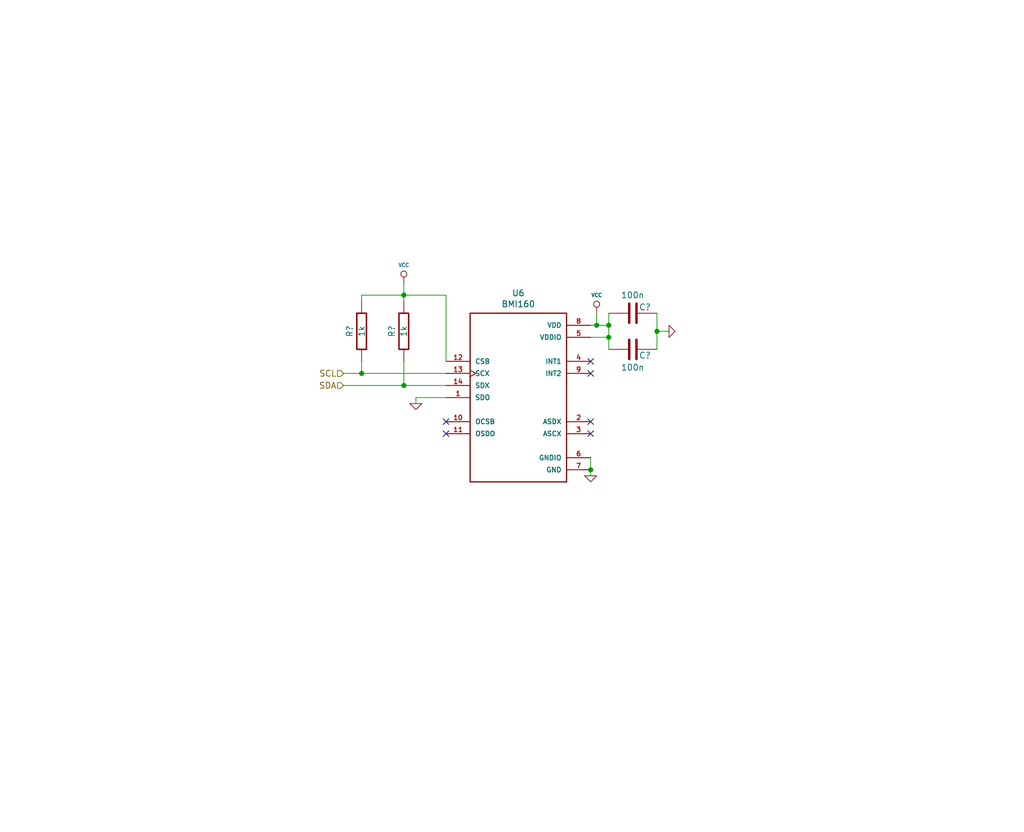
<source format=kicad_sch>
(kicad_sch (version 20250114) (generator "eeschema") (generator_version "9.0")
  (paper "User" 215.798 175.412)
  (title_block (title "Cheap FOCer 2") (date "2020-04-08") (rev "0.9") (company "Shaman Systems") (comment 1 "Root") (comment 4 "Top level"))
  (lib_symbols
    (symbol "BLDC_4-rescue:C-RESCUE-BLDC_4" (pin_numbers (hide yes)) (pin_names (offset 0.254))
      (property "Reference" "C" (at 0 2.54 0))
      (property "Value" "BLDC_4-rescue_C-RESCUE-BLDC_4" (at 0.1524 -2.159 0))
      (symbol "C-RESCUE-BLDC_4_0_1"
        (polyline (pts (xy -2.032 0.762) (xy 2.032 0.762)) (stroke (width 0.508)))
        (polyline (pts (xy -2.032 -0.762) (xy 2.032 -0.762)) (stroke (width 0.508)))
      )
      (symbol "C-RESCUE-BLDC_4_1_1"
        (pin passive line (at 0 5.08 270) (length 4.318) (name "~") (number "1"))
        (pin passive line (at 0 -5.08 90) (length 4.318) (name "~") (number "2"))
      )
    )
    (symbol "BLDC_4-rescue:GND-RESCUE-BLDC_4" (power) (pin_names (offset 0))
      (symbol "GND-RESCUE-BLDC_4_0_1"
        (polyline (pts (xy -1.27 0) (xy 0 -1.27) (xy 1.27 0) (xy -1.27 0)))
      )
      (symbol "GND-RESCUE-BLDC_4_1_1"
        (pin power_in line (at 0 0 90) (length 0) (hide yes) (name "GND") (number "1"))
      )
    )
    (symbol "BLDC_4-rescue:R-RESCUE-BLDC_4" (pin_numbers (hide yes)) (pin_names (offset 0))
      (property "Reference" "R" (at 2.032 0 90))
      (property "Value" "BLDC_4-rescue_R-RESCUE-BLDC_4" (at 0.1778 0.0254 90))
      (symbol "R-RESCUE-BLDC_4_0_1"
        (rectangle (start -1.016 3.81) (end 1.016 -3.81) (stroke (width 0.3048)))
      )
      (symbol "R-RESCUE-BLDC_4_1_1"
        (pin passive line (at 0 6.35 270) (length 2.54) (name "~") (number "1"))
        (pin passive line (at 0 -6.35 90) (length 2.54) (name "~") (number "2"))
      )
    )
    (symbol "BLDC_4-rescue:VCC" (power) (pin_names (offset 0))
      (property "Value" "BLDC_4-rescue_VCC" (at 0 3.81 0))
      (symbol "VCC_0_1"
        (circle (center 0 1.905) (radius 0.635))
        (polyline (pts (xy 0 0) (xy 0 1.27)))
      )
      (symbol "VCC_1_1"
        (pin power_in line (at 0 0 90) (length 0) (hide yes) (name "VCC") (number "1"))
      )
    )
    (symbol "BMI160-IMU_1" (pin_names (offset 1.016))
      (property "Reference" "U" (at -10.16 18.415 0))
      (property "Value" "BMI160-IMU" (at -10.16 -20.32 0))
      (symbol "BMI160-IMU_1_0_0"
        (polyline (pts (xy -10.16 17.78) (xy 10.16 17.78)) (stroke (width 0.254)))
        (polyline (pts (xy -10.16 -17.78) (xy -10.16 17.78)) (stroke (width 0.254)))
        (polyline (pts (xy 10.16 17.78) (xy 10.16 -17.78)) (stroke (width 0.254)))
        (polyline (pts (xy 10.16 -17.78) (xy -10.16 -17.78)) (stroke (width 0.254)))
        (pin input line (at -15.24 7.62 0) (length 5.08) (name "CSB") (number "12"))
        (pin input clock (at -15.24 5.08 0) (length 5.08) (name "SCX") (number "13"))
        (pin bidirectional line (at -15.24 2.54 0) (length 5.08) (name "SDX") (number "14"))
        (pin bidirectional line (at -15.24 0 0) (length 5.08) (name "SDO") (number "1"))
        (pin bidirectional line (at -15.24 -5.08 0) (length 5.08) (name "OCSB") (number "10"))
        (pin bidirectional line (at -15.24 -7.62 0) (length 5.08) (name "OSDO") (number "11"))
        (pin power_in line (at 15.24 15.24 180) (length 5.08) (name "VDD") (number "8"))
        (pin power_in line (at 15.24 12.7 180) (length 5.08) (name "VDDIO") (number "5"))
        (pin bidirectional line (at 15.24 7.62 180) (length 5.08) (name "INT1") (number "4"))
        (pin bidirectional line (at 15.24 5.08 180) (length 5.08) (name "INT2") (number "9"))
        (pin bidirectional line (at 15.24 -5.08 180) (length 5.08) (name "ASDX") (number "2"))
        (pin output line (at 15.24 -7.62 180) (length 5.08) (name "ASCX") (number "3"))
        (pin power_in line (at 15.24 -12.7 180) (length 5.08) (name "GNDIO") (number "6"))
        (pin power_in line (at 15.24 -15.24 180) (length 5.08) (name "GND") (number "7"))
      )
    )
    (symbol "Cheap-FOCer-2-60mm-rescue:BMI160-IMU" (pin_names (offset 1.016))
      (property "Reference" "U" (at -10.16 18.415 0))
      (property "Value" "BMI160-IMU" (at -10.16 -20.32 0))
      (symbol "BMI160-IMU_0_0"
        (polyline (pts (xy -10.16 17.78) (xy 10.16 17.78)) (stroke (width 0.254)))
        (polyline (pts (xy -10.16 -17.78) (xy -10.16 17.78)) (stroke (width 0.254)))
        (polyline (pts (xy 10.16 17.78) (xy 10.16 -17.78)) (stroke (width 0.254)))
        (polyline (pts (xy 10.16 -17.78) (xy -10.16 -17.78)) (stroke (width 0.254)))
        (pin input line (at -15.24 7.62 0) (length 5.08) (name "CSB") (number "12"))
        (pin input clock (at -15.24 5.08 0) (length 5.08) (name "SCX") (number "13"))
        (pin bidirectional line (at -15.24 2.54 0) (length 5.08) (name "SDX") (number "14"))
        (pin bidirectional line (at -15.24 0 0) (length 5.08) (name "SDO") (number "1"))
        (pin bidirectional line (at -15.24 -5.08 0) (length 5.08) (name "OCSB") (number "10"))
        (pin bidirectional line (at -15.24 -7.62 0) (length 5.08) (name "OSDO") (number "11"))
        (pin power_in line (at 15.24 15.24 180) (length 5.08) (name "VDD") (number "8"))
        (pin power_in line (at 15.24 12.7 180) (length 5.08) (name "VDDIO") (number "5"))
        (pin bidirectional line (at 15.24 7.62 180) (length 5.08) (name "INT1") (number "4"))
        (pin bidirectional line (at 15.24 5.08 180) (length 5.08) (name "INT2") (number "9"))
        (pin bidirectional line (at 15.24 -5.08 180) (length 5.08) (name "ASDX") (number "2"))
        (pin output line (at 15.24 -7.62 180) (length 5.08) (name "ASCX") (number "3"))
        (pin power_in line (at 15.24 -12.7 180) (length 5.08) (name "GNDIO") (number "6"))
        (pin power_in line (at 15.24 -15.24 180) (length 5.08) (name "GND") (number "7"))
      )
    )
  )
  (junction (at 138.43 69.85))
  (junction (at 128.27 68.58))
  (junction (at 85.09 81.28))
  (junction (at 128.27 71.12))
  (junction (at 125.73 68.58))
  (junction (at 76.2 78.74))
  (junction (at 85.09 62.23))
  (junction (at 124.46 99.06))
  (no_connect (at 124.46 88.9))
  (no_connect (at 124.46 76.2))
  (no_connect (at 124.46 91.44))
  (no_connect (at 124.46 78.74))
  (no_connect (at 93.98 91.44))
  (no_connect (at 93.98 88.9))
  (wire (pts (xy 124.46 71.12) (xy 128.27 71.12)))
  (wire (pts (xy 124.46 96.52) (xy 124.46 99.06)))
  (wire (pts (xy 93.98 62.23) (xy 93.98 76.2)))
  (wire (pts (xy 138.43 69.85) (xy 138.43 73.66)))
  (wire (pts (xy 128.27 71.12) (xy 128.27 73.66)))
  (wire (pts (xy 76.2 78.74) (xy 76.2 76.2)))
  (wire (pts (xy 76.2 62.23) (xy 85.09 62.23)))
  (wire (pts (xy 85.09 76.2) (xy 85.09 81.28)))
  (wire (pts (xy 128.27 66.04) (xy 128.27 68.58)))
  (wire (pts (xy 128.27 68.58) (xy 128.27 71.12)))
  (wire (pts (xy 138.43 66.04) (xy 138.43 69.85)))
  (wire (pts (xy 85.09 81.28) (xy 93.98 81.28)))
  (wire (pts (xy 93.98 78.74) (xy 76.2 78.74)))
  (wire (pts (xy 85.09 63.5) (xy 85.09 62.23)))
  (wire (pts (xy 85.09 62.23) (xy 85.09 59.69)))
  (wire (pts (xy 124.46 68.58) (xy 125.73 68.58)))
  (wire (pts (xy 125.73 66.04) (xy 125.73 68.58)))
  (wire (pts (xy 125.73 68.58) (xy 128.27 68.58)))
  (wire (pts (xy 124.46 99.06) (xy 124.46 100.33)))
  (wire (pts (xy 140.97 69.85) (xy 138.43 69.85)))
  (wire (pts (xy 72.39 78.74) (xy 76.2 78.74)))
  (wire (pts (xy 87.63 83.82) (xy 87.63 85.09)))
  (wire (pts (xy 85.09 81.28) (xy 72.39 81.28)))
  (wire (pts (xy 93.98 83.82) (xy 87.63 83.82)))
  (wire (pts (xy 76.2 63.5) (xy 76.2 62.23)))
  (wire (pts (xy 85.09 62.23) (xy 93.98 62.23)))
  (hierarchical_label "SDA" (shape input) (at 72.39 81.28 180))
  (hierarchical_label "SCL" (shape input) (at 72.39 78.74 180))
  (symbol (lib_id "BLDC_4-rescue:R-RESCUE-BLDC_4") (at 85.09 69.85 180) (unit 1)
    (property "Reference" "R70" (at 82.55 69.85 90))
    (property "Value" "1k" (at 85.09 69.85 90))
    (property "Footprint" "Resistor_SMD:R_0603_1608Metric" (effects (hide yes)))
    (instances (project "" (path "" (reference "R?") (unit 1)) (path "" (reference "R70") (unit 1))))
  )
  (symbol (lib_id "BLDC_4-rescue:R-RESCUE-BLDC_4") (at 76.2 69.85 0) (unit 1)
    (property "Reference" "R69" (at 73.66 69.85 90))
    (property "Value" "1k" (at 76.2 69.85 90))
    (property "Footprint" "Resistor_SMD:R_0603_1608Metric" (effects (hide yes)))
    (instances (project "" (path "" (reference "R?") (unit 1)) (path "" (reference "R69") (unit 1))))
  )
  (symbol (lib_id "BLDC_4-rescue:GND-RESCUE-BLDC_4") (at 124.46 100.33 0) (unit 1)
    (property "Reference" "#PWR0111" (effects (hide yes)))
    (property "Value" "GND" (effects (hide yes)))
    (instances (project "" (path "" (reference "#PWR?") (unit 1)) (path "" (reference "#PWR?") (unit 1)) (path "" (reference "#PWR0111") (unit 1))))
  )
  (symbol (lib_id "BLDC_4-rescue:GND-RESCUE-BLDC_4") (at 87.63 85.09 0) (unit 1)
    (property "Reference" "#PWR0110" (effects (hide yes)))
    (property "Value" "GND" (effects (hide yes)))
    (instances (project "" (path "" (reference "#PWR?") (unit 1)) (path "" (reference "#PWR?") (unit 1)) (path "" (reference "#PWR0110") (unit 1))))
  )
  (symbol (lib_name "BMI160-IMU_1") (lib_id "Cheap-FOCer-2-60mm-rescue:BMI160-IMU") (at 109.22 83.82 0) (unit 1)
    (property "Reference" "U6" (at 109.22 61.7982 0))
    (property "Value" "BMI160" (at 109.22 64.1096 0))
    (property "Footprint" "Package_LGA:Bosch_LGA-14_3x2.5mm_P0.5mm" (effects (hide yes)))
    (property "Field4" "Bosch" (effects (hide yes)))
    (property "Field5" "Unavailable" (effects (hide yes)))
    (property "Field6" "LGA-14 Bosch" (effects (hide yes)))
    (property "Field7" "None" (effects (hide yes)))
    (property "Field8" "BMI160" (effects (hide yes)))
  )
  (symbol (lib_id "BLDC_4-rescue:C-RESCUE-BLDC_4") (at 133.35 66.04 270) (unit 1)
    (property "Reference" "C60" (at 134.62 64.77 90) (effects (justify left)))
    (property "Value" "100n" (at 130.81 62.23 90) (effects (justify left)))
    (property "Footprint" "Capacitor_SMD:C_0603_1608Metric" (effects (hide yes)))
    (instances (project "" (path "" (reference "C?") (unit 1)) (path "" (reference "C?") (unit 1)) (path "" (reference "C60") (unit 1))))
  )
  (symbol (lib_id "BLDC_4-rescue:C-RESCUE-BLDC_4") (at 133.35 73.66 270) (unit 1)
    (property "Reference" "C64" (at 134.62 74.93 90) (effects (justify left)))
    (property "Value" "100n" (at 130.81 77.47 90) (effects (justify left)))
    (property "Footprint" "Capacitor_SMD:C_0603_1608Metric" (effects (hide yes)))
    (instances (project "" (path "" (reference "C?") (unit 1)) (path "" (reference "C?") (unit 1)) (path "" (reference "C64") (unit 1))))
  )
  (symbol (lib_id "BLDC_4-rescue:VCC") (at 85.09 59.69 0) (unit 1)
    (property "Reference" "#PWR0108" (effects (hide yes)))
    (property "Value" "VCC" (at 85.09 55.88 0) (effects (font (size 0.762 0.762))))
    (instances (project "" (path "" (reference "#PWR?") (unit 1)) (path "" (reference "#PWR0108") (unit 1))))
  )
  (symbol (lib_id "BLDC_4-rescue:VCC") (at 125.73 66.04 0) (unit 1)
    (property "Reference" "#PWR0109" (effects (hide yes)))
    (property "Value" "VCC" (at 125.73 62.23 0) (effects (font (size 0.762 0.762))))
    (instances (project "" (path "" (reference "#PWR?") (unit 1)) (path "" (reference "#PWR0109") (unit 1))))
  )
  (symbol (lib_id "BLDC_4-rescue:GND-RESCUE-BLDC_4") (at 140.97 69.85 90) (unit 1)
    (property "Reference" "#PWR0106" (effects (hide yes)))
    (property "Value" "GND" (effects (hide yes)))
    (instances (project "" (path "" (reference "#PWR?") (unit 1)) (path "" (reference "#PWR?") (unit 1)) (path "" (reference "#PWR0106") (unit 1))))
  )
)
</source>
